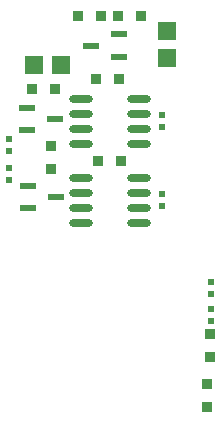
<source format=gbp>
%FSTAX23Y23*%
%MOIN*%
%SFA1B1*%

%IPPOS*%
%ADD25R,0.057090X0.023620*%
%ADD26R,0.037400X0.033470*%
%ADD27R,0.033470X0.037400*%
%ADD28R,0.060000X0.060000*%
%ADD29R,0.060000X0.060000*%
%ADD30O,0.078740X0.027560*%
%ADD31R,0.023620X0.019690*%
%LNdaughterboard-1*%
%LPD*%
G54D25*
X01942Y01792D03*
X0185Y0183D03*
Y01755D03*
X0194Y02051D03*
X01847Y02088D03*
Y02014D03*
X02059Y02296D03*
X02152Y02259D03*
Y02334D03*
G54D26*
X01927Y01962D03*
Y01885D03*
X02456Y01334D03*
Y01257D03*
X02448Y01169D03*
Y01092D03*
G54D27*
X01863Y02152D03*
X0194D03*
X02094Y02394D03*
X02017D03*
X02151Y02396D03*
X02228D03*
X02152Y02185D03*
X02075D03*
X02159Y01911D03*
X02082D03*
G54D28*
X0187Y02232D03*
X0196D03*
G54D29*
X02314Y02256D03*
Y02346D03*
G54D30*
X0222Y0212D03*
Y0207D03*
Y0202D03*
Y0197D03*
X02027Y0212D03*
Y0207D03*
Y0202D03*
Y0197D03*
X02219Y01855D03*
Y01805D03*
Y01755D03*
Y01705D03*
X02026Y01855D03*
Y01805D03*
Y01755D03*
Y01705D03*
G54D31*
X02297Y02066D03*
Y02026D03*
X02295Y01801D03*
Y01761D03*
X02461Y01418D03*
Y01379D03*
X02461Y01507D03*
Y01468D03*
X01786Y01985D03*
Y01946D03*
Y01888D03*
Y01848D03*
M02*
</source>
